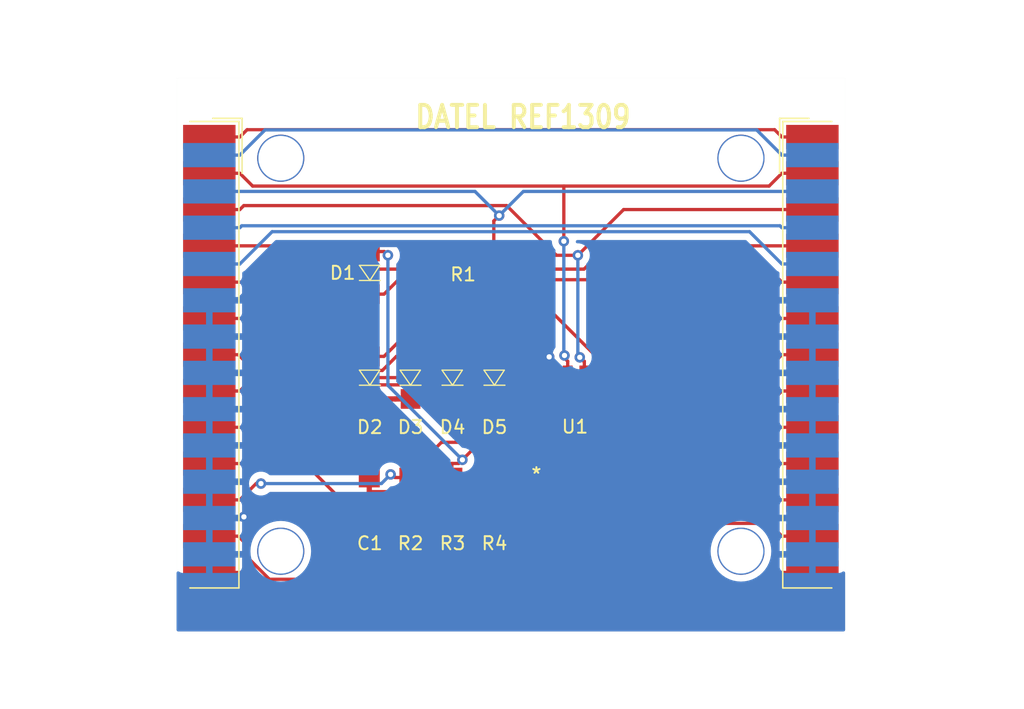
<source format=kicad_pcb>
(kicad_pcb (version 20221018) (generator pcbnew)
  (layers (0 "F.Cu" signal) (31 "B.Cu" signal) (34 "B.Paste" user) (35 "F.Paste" user) (36 "B.SilkS" user "B.Silkscreen") (37 "F.SilkS" user "F.Silkscreen") (38 "B.Mask" user) (39 "F.Mask" user) (44 "Edge.Cuts" user))
  (net 0 "")
  (net 1 "/VCC")
  (net 2 "/Male_ACK")
  (net 3 "/Male_BUSY")
  (net 4 "/GP3")
  (net 5 "/GP2")
  (net 6 "/D1")
  (net 7 "/D0")
  (net 8 "/GND")
  (net 9 "/D3")
  (net 10 "/D4")
  (net 11 "/D5")
  (net 12 "/D6")
  (net 13 "/D7")
  (net 14 "/Female_BUSY")
  (net 15 "/Female_ACK")
  (net 16 "/Error")
  (net 17 "/Select_Printer")
  (net 18 "/Reset")
  (net 19 "/Line_Feed")
  (net 20 "/Select")
  (net 21 "/Paper_Out")
  (net 22 "/D2")
  (net 23 "/Strobe")
  (footprint "clipboard:dcff1695-539e-442e-afee-9485378ce13a" (layer "F.Cu") (at 144.763 102.3147 90)
    (fp_text reference "DMark5" hide)
    (fp_text value "" (at 0 0 90) (layer "F.SilkS") (effects (font (size 1.27 1.27))))
    (fp_line (start 0.45085 -0.8001) (end 0.45085 0.8001) (stroke (width 0.1)) (layer "F.SilkS"))
    (fp_line (start 0.45085 0) (end 1.60147 -0.8001) (stroke (width 0.1)) (layer "F.SilkS"))
    (fp_line (start 0.45085 0) (end 1.60147 0.7493) (stroke (width 0.1)) (layer "F.SilkS"))
    (fp_line (start 1.60147 0.7493) (end 1.60147 -0.8001) (stroke (width 0.1)) (layer "F.SilkS"))
  )
  (footprint "REF1309:Cap or Res" (layer "F.Cu") (at 141.513 110.41 -90)
    (fp_text reference "R3" (at 3.52 -0.05 unlocked) (layer "F.SilkS"))
    (fp_text value "10K Ohm 1206" hide)
    (pad "1" smd rect (at -1.5 0 270) (size 1.5 1.6) (layers "F.Cu" "F.Paste" "F.Mask") (net 4 "/GP3"))
    (pad "2" smd rect (at 1.5 0 270) (size 1.5 1.6) (layers "F.Cu" "F.Paste" "F.Mask") (net 1 "/VCC"))
  )
  (footprint "REF1309:Cap or Res" (layer "F.Cu") (at 144.713 110.41 -90)
    (fp_text reference "R4" (at 3.52 -0.05 unlocked) (layer "F.SilkS"))
    (fp_text value "220 Ohm 1206" hide)
    (pad "1" smd rect (at -1.5 0 270) (size 1.5 1.6) (layers "F.Cu" "F.Paste" "F.Mask") (net 2 "/Male_ACK"))
    (pad "2" smd rect (at 1.5 0 270) (size 1.5 1.6) (layers "F.Cu" "F.Paste" "F.Mask") (net 15 "/Female_ACK"))
  )
  (footprint "REF1309:PIC 12C508A" (layer "F.Cu") (at 150.983 105.01)
    (fp_text reference "U1" (at -0.081 0.019 unlocked) (layer "F.SilkS"))
    (fp_text value "PIC12C508A-ISM")
    (pad "1" smd rect (at -1.905 3.65) (size 0.75 2) (layers "F.Cu" "F.Paste" "F.Mask") (net 1 "/VCC"))
    (pad "2" smd rect (at -0.635 3.65) (size 0.75 2) (layers "F.Cu" "F.Paste" "F.Mask") (net 2 "/Male_ACK"))
    (pad "3" smd rect (at 0.635 3.65) (size 0.75 2) (layers "F.Cu" "F.Paste" "F.Mask") (net 3 "/Male_BUSY"))
    (pad "4" smd rect (at 1.905 3.65) (size 0.75 2) (layers "F.Cu" "F.Paste" "F.Mask") (net 4 "/GP3"))
    (pad "5" smd rect (at 1.905 -3.65) (size 0.75 2) (layers "F.Cu" "F.Paste" "F.Mask") (net 5 "/GP2"))
    (pad "6" smd rect (at 0.635 -3.65) (size 0.75 2) (layers "F.Cu" "F.Paste" "F.Mask") (net 6 "/D1"))
    (pad "7" smd rect (at -0.635 -3.65) (size 0.75 2) (layers "F.Cu" "F.Paste" "F.Mask") (net 7 "/D0"))
    (pad "8" smd rect (at -1.905 -3.65) (size 0.75 2) (layers "F.Cu" "F.Paste" "F.Mask") (net 8 "/GND"))
  )
  (footprint "Connector_Dsub:DSUB-25_Female_EdgeMount_P2.77mm" (layer "F.Cu") (at 168.7528 99.5345 90)
    (fp_text reference "J2" hide)
    (fp_text value "DB25_Female")
    (fp_line (start -17.803333 -2) (end -17.803333 1.74) (stroke (width 0.12)) (layer "F.SilkS"))
    (fp_line (start 17.803333 -2) (end -17.803333 -2) (stroke (width 0.12)) (layer "F.SilkS"))
    (fp_line (start 17.803333 1.74) (end 17.803333 -2) (stroke (width 0.12)) (layer "F.SilkS"))
    (fp_line (start 18.043333 -2.24) (end 13.85 -2.24) (stroke (width 0.12)) (layer "F.SilkS"))
    (fp_line (start 18.043333 0) (end 18.043333 -2.24) (stroke (width 0.12)) (layer "F.SilkS"))
    (pad "1" smd rect (at 16.62 0.26 90) (size 1.846667 4) (layers "F.Cu" "F.Paste" "F.Mask") (net 23 "/Strobe"))
    (pad "2" smd rect (at 13.85 0.26 90) (size 1.846667 4) (layers "F.Cu" "F.Paste" "F.Mask") (net 7 "/D0"))
    (pad "3" smd rect (at 11.08 0.26 90) (size 1.846667 4) (layers "F.Cu" "F.Paste" "F.Mask") (net 6 "/D1"))
    (pad "4" smd rect (at 8.31 0.26 90) (size 1.846667 4) (layers "F.Cu" "F.Paste" "F.Mask") (net 22 "/D2"))
    (pad "5" smd rect (at 5.54 0.26 90) (size 1.846667 4) (layers "F.Cu" "F.Paste" "F.Mask") (net 9 "/D3"))
    (pad "6" smd rect (at 2.77 0.26 90) (size 1.846667 4) (layers "F.Cu" "F.Paste" "F.Mask") (net 10 "/D4"))
    (pad "7" smd rect (at 0 0.26 90) (size 1.846667 4) (layers "F.Cu" "F.Paste" "F.Mask") (net 11 "/D5"))
    (pad "8" smd rect (at -2.77 0.26 90) (size 1.846667 4) (layers "F.Cu" "F.Paste" "F.Mask") (net 12 "/D6"))
    (pad "9" smd rect (at -5.54 0.26 90) (size 1.846667 4) (layers "F.Cu" "F.Paste" "F.Mask") (net 13 "/D7"))
    (pad "10" smd rect (at -8.31 0.26 90) (size 1.846667 4) (layers "F.Cu" "F.Paste" "F.Mask") (net 15 "/Female_ACK"))
    (pad "11" smd rect (at -11.08 0.26 90) (size 1.846667 4) (layers "F.Cu" "F.Paste" "F.Mask") (net 14 "/Female_BUSY"))
    (pad "12" smd rect (at -13.85 0.26 90) (size 1.846667 4) (layers "F.Cu" "F.Paste" "F.Mask") (net 21 "/Paper_Out"))
    (pad "13" smd rect (at -16.62 0.26 90) (size 1.846667 4) (layers "F.Cu" "F.Paste" "F.Mask") (net 20 "/Select"))
    (pad "14" smd rect (at 15.235 0.26 90) (size 1.846667 4) (layers "B.Cu" "B.Paste" "B.Mask") (net 19 "/Line_Feed"))
    (pad "15" smd rect (at 12.465 0.26 90) (size 1.846667 4) (layers "B.Cu" "B.Paste" "B.Mask") (net 16 "/Error"))
    (pad "16" smd rect (at 9.695 0.26 90) (size 1.846667 4) (layers "B.Cu" "B.Paste" "B.Mask") (net 18 "/Reset"))
    (pad "17" smd rect (at 6.925 0.26 90) (size 1.846667 4) (layers "B.Cu" "B.Paste" "B.Mask") (net 17 "/Select_Printer"))
    (pad "18" smd rect (at 4.155 0.26 90) (size 1.846667 4) (layers "B.Cu" "B.Paste" "B.Mask") (net 8 "/GND"))
    (pad "19" smd rect (at 1.385 0.26 90) (size 1.846667 4) (layers "B.Cu" "B.Paste" "B.Mask") (net 8 "/GND"))
    (pad "20" smd rect (at -1.385 0.26 90) (size 1.846667 4) (layers "B.Cu" "B.Paste" "B.Mask") (net 8 "/GND"))
    (pad "21" smd rect (at -4.155 0.26 90) (size 1.846667 4) (layers "B.Cu" "B.Paste" "B.Mask") (net 8 "/GND"))
    (pad "22" smd rect (at -6.925 0.26 90) (size 1.846667 4) (layers "B.Cu" "B.Paste" "B.Mask") (net 8 "/GND"))
    (pad "23" smd rect (at -9.695 0.26 90) (size 1.846667 4) (layers "B.Cu" "B.Paste" "B.Mask") (net 8 "/GND"))
    (pad "24" smd rect (at -12.465 0.26 90) (size 1.846667 4) (layers "B.Cu" "B.Paste" "B.Mask") (net 8 "/GND"))
    (pad "25" smd rect (at -15.235 0.26 90) (size 1.846667 4) (layers "B.Cu" "B.Paste" "B.Mask") (net 8 "/GND"))
  )
  (footprint "REF1309:Cap or Res" (layer "F.Cu") (at 135.213 110.41 -90)
    (fp_text reference "C1" (at 3.52 -0.039 unlocked) (layer "F.SilkS"))
    (fp_text value "100 nF 1206" hide)
    (pad "1" smd rect (at -1.5 0 270) (size 1.5 1.6) (layers "F.Cu" "F.Paste" "F.Mask") (net 1 "/VCC"))
    (pad "2" smd rect (at 1.5 0 270) (size 1.5 1.6) (layers "F.Cu" "F.Paste" "F.Mask") (net 8 "/GND"))
  )
  (footprint "REF1309:Diode" (layer "F.Cu") (at 141.563 101.285 -90)
    (fp_text reference "D4" (at 3.777 0 unlocked) (layer "F.SilkS"))
    (fp_text value "DIODE")
    (pad "1" smd rect (at -1.625 0 270) (size 1.5 1.5) (layers "F.Cu" "F.Paste" "F.Mask") (net 13 "/D7"))
    (pad "2" smd rect (at 1.625 0 270) (size 1.5 1.5) (layers "F.Cu" "F.Paste" "F.Mask") (net 1 "/VCC"))
  )
  (footprint "REF1309:Diode" (layer "F.Cu") (at 144.763 101.285 -90)
    (fp_text reference "D5" (at 3.777 0 unlocked) (layer "F.SilkS"))
    (fp_text value "DIODE")
    (pad "1" smd rect (at -1.625 0 270) (size 1.5 1.5) (layers "F.Cu" "F.Paste" "F.Mask") (net 12 "/D6"))
    (pad "2" smd rect (at 1.625 0 270) (size 1.5 1.5) (layers "F.Cu" "F.Paste" "F.Mask") (net 1 "/VCC"))
  )
  (footprint "Connector_Dsub:DSUB-25_Male_EdgeMount_P2.77mm" (layer "F.Cu") (at 123.2728 99.5345 -90)
    (fp_text reference "J1" hide)
    (fp_text value "DB25_Male")
    (fp_line (start -18.043333 -2.24) (end -13.85 -2.24) (stroke (width 0.12)) (layer "F.SilkS"))
    (fp_line (start -18.043333 0) (end -18.043333 -2.24) (stroke (width 0.12)) (layer "F.SilkS"))
    (fp_line (start -17.803333 -2) (end -17.803333 1.74) (stroke (width 0.12)) (layer "F.SilkS"))
    (fp_line (start 17.803333 -2) (end -17.803333 -2) (stroke (width 0.12)) (layer "F.SilkS"))
    (fp_line (start 17.803333 1.74) (end 17.803333 -2) (stroke (width 0.12)) (layer "F.SilkS"))
    (pad "1" smd rect (at -16.62 0.26 270) (size 1.846667 4) (layers "F.Cu" "F.Paste" "F.Mask") (net 23 "/Strobe"))
    (pad "2" smd rect (at -13.85 0.26 270) (size 1.846667 4) (layers "F.Cu" "F.Paste" "F.Mask") (net 7 "/D0"))
    (pad "3" smd rect (at -11.08 0.26 270) (size 1.846667 4) (layers "F.Cu" "F.Paste" "F.Mask") (net 6 "/D1"))
    (pad "4" smd rect (at -8.31 0.26 270) (size 1.846667 4) (layers "F.Cu" "F.Paste" "F.Mask") (net 22 "/D2"))
    (pad "5" smd rect (at -5.54 0.26 270) (size 1.846667 4) (layers "F.Cu" "F.Paste" "F.Mask") (net 9 "/D3"))
    (pad "6" smd rect (at -2.77 0.26 270) (size 1.846667 4) (layers "F.Cu" "F.Paste" "F.Mask") (net 10 "/D4"))
    (pad "7" smd rect (at 0 0.26 270) (size 1.846667 4) (layers "F.Cu" "F.Paste" "F.Mask") (net 11 "/D5"))
    (pad "8" smd rect (at 2.77 0.26 270) (size 1.846667 4) (layers "F.Cu" "F.Paste" "F.Mask") (net 12 "/D6"))
    (pad "9" smd rect (at 5.54 0.26 270) (size 1.846667 4) (layers "F.Cu" "F.Paste" "F.Mask") (net 13 "/D7"))
    (pad "10" smd rect (at 8.31 0.26 270) (size 1.846667 4) (layers "F.Cu" "F.Paste" "F.Mask") (net 2 "/Male_ACK"))
    (pad "11" smd rect (at 11.08 0.26 270) (size 1.846667 4) (layers "F.Cu" "F.Paste" "F.Mask") (net 3 "/Male_BUSY"))
    (pad "12" smd rect (at 13.85 0.26 270) (size 1.846667 4) (layers "F.Cu" "F.Paste" "F.Mask") (net 21 "/Paper_Out"))
    (pad "13" smd rect (at 16.62 0.26 270) (size 1.846667 4) (layers "F.Cu" "F.Paste" "F.Mask") (net 20 "/Select"))
    (pad "14" smd rect (at -15.235 0.26 270) (size 1.846667 4) (layers "B.Cu" "B.Paste" "B.Mask") (net 19 "/Line_Feed"))
    (pad "15" smd rect (at -12.465 0.26 270) (size 1.846667 4) (layers "B.Cu" "B.Paste" "B.Mask") (net 16 "/Error"))
    (pad "16" smd rect (at -9.695 0.26 270) (size 1.846667 4) (layers "B.Cu" "B.Paste" "B.Mask") (net 18 "/Reset"))
    (pad "17" smd rect (at -6.925 0.26 270) (size 1.846667 4) (layers "B.Cu" "B.Paste" "B.Mask") (net 17 "/Select_Printer"))
    (pad "18" smd rect (at -4.155 0.26 270) (size 1.846667 4) (layers "B.Cu" "B.Paste" "B.Mask") (net 8 "/GND"))
    (pad "19" smd rect (at -1.385 0.26 270) (size 1.846667 4) (layers "B.Cu" "B.Paste" "B.Mask") (net 8 "/GND"))
    (pad "20" smd rect (at 1.385 0.26 270) (size 1.846667 4) (layers "B.Cu" "B.Paste" "B.Mask") (net 8 "/GND"))
    (pad "21" smd rect (at 4.155 0.26 270) (size 1.846667 4) (layers "B.Cu" "B.Paste" "B.Mask") (net 8 "/GND"))
    (pad "22" smd rect (at 6.925 0.26 270) (size 1.846667 4) (layers "B.Cu" "B.Paste" "B.Mask") (net 8 "/GND"))
    (pad "23" smd rect (at 9.695 0.26 270) (size 1.846667 4) (layers "B.Cu" "B.Paste" "B.Mask") (net 8 "/GND"))
    (pad "24" smd rect (at 12.465 0.26 270) (size 1.846667 4) (layers "B.Cu" "B.Paste" "B.Mask") (net 8 "/GND"))
    (pad "25" smd rect (at 15.235 0.26 270) (size 1.846667 4) (layers "B.Cu" "B.Paste" "B.Mask") (net 8 "/GND"))
  )
  (footprint "REF1309:Diode" (layer "F.Cu") (at 138.363 101.285 -90)
    (fp_text reference "D3" (at 3.777 0 unlocked) (layer "F.SilkS"))
    (fp_text value "DIODE")
    (pad "1" smd rect (at -1.625 0 270) (size 1.5 1.5) (layers "F.Cu" "F.Paste" "F.Mask") (net 11 "/D5"))
    (pad "2" smd rect (at 1.625 0 270) (size 1.5 1.5) (layers "F.Cu" "F.Paste" "F.Mask") (net 1 "/VCC"))
  )
  (footprint "clipboard:dcff1695-539e-442e-afee-9485378ce13a" (layer "F.Cu") (at 138.363 102.3147 90)
    (fp_text reference "DMark3" hide)
    (fp_text value "" (at 0 0 90) (layer "F.SilkS") (effects (font (size 1.27 1.27))))
    (fp_line (start 0.45085 -0.8001) (end 0.45085 0.8001) (stroke (width 0.1)) (layer "F.SilkS"))
    (fp_line (start 0.45085 0) (end 1.60147 -0.8001) (stroke (width 0.1)) (layer "F.SilkS"))
    (fp_line (start 0.45085 0) (end 1.60147 0.7493) (stroke (width 0.1)) (layer "F.SilkS"))
    (fp_line (start 1.60147 0.7493) (end 1.60147 -0.8001) (stroke (width 0.1)) (layer "F.SilkS"))
  )
  (footprint "clipboard:dcff1695-539e-442e-afee-9485378ce13a" (layer "F.Cu") (at 135.263 94.3167 90)
    (fp_text reference "DMark1" hide)
    (fp_text value "" (at 0 0 90) (layer "F.SilkS") (effects (font (size 1.27 1.27))))
    (fp_line (start 0.45085 -0.8001) (end 0.45085 0.8001) (stroke (width 0.1)) (layer "F.SilkS"))
    (fp_line (start 0.45085 0) (end 1.60147 -0.8001) (stroke (width 0.1)) (layer "F.SilkS"))
    (fp_line (start 0.45085 0) (end 1.60147 0.7493) (stroke (width 0.1)) (layer "F.SilkS"))
    (fp_line (start 1.60147 0.7493) (end 1.60147 -0.8001) (stroke (width 0.1)) (layer "F.SilkS"))
  )
  (footprint "REF1309:Diode" (layer "F.Cu") (at 135.263 93.285 -90)
    (fp_text reference "D1" (at 0.005 2.081 unlocked) (layer "F.SilkS"))
    (fp_text value "DIODE")
    (pad "1" smd rect (at -1.625 0 270) (size 1.5 1.5) (layers "F.Cu" "F.Paste" "F.Mask") (net 4 "/GP3"))
    (pad "2" smd rect (at 1.625 0 270) (size 1.5 1.5) (layers "F.Cu" "F.Paste" "F.Mask") (net 9 "/D3"))
  )
  (footprint "clipboard:dcff1695-539e-442e-afee-9485378ce13a" (layer "F.Cu") (at 141.563 102.3147 90)
    (fp_text reference "DMark4" hide)
    (fp_text value "" (at 0 0 90) (layer "F.SilkS") (effects (font (size 1.27 1.27))))
    (fp_line (start 0.45085 -0.8001) (end 0.45085 0.8001) (stroke (width 0.1)) (layer "F.SilkS"))
    (fp_line (start 0.45085 0) (end 1.60147 -0.8001) (stroke (width 0.1)) (layer "F.SilkS"))
    (fp_line (start 0.45085 0) (end 1.60147 0.7493) (stroke (width 0.1)) (layer "F.SilkS"))
    (fp_line (start 1.60147 0.7493) (end 1.60147 -0.8001) (stroke (width 0.1)) (layer "F.SilkS"))
  )
  (footprint "REF1309:Diode" (layer "F.Cu") (at 135.263 101.285 -90)
    (fp_text reference "D2" (at 3.777 0.011 unlocked) (layer "F.SilkS"))
    (fp_text value "DIODE")
    (pad "1" smd rect (at -1.625 0 270) (size 1.5 1.5) (layers "F.Cu" "F.Paste" "F.Mask") (net 10 "/D4"))
    (pad "2" smd rect (at 1.625 0 270) (size 1.5 1.5) (layers "F.Cu" "F.Paste" "F.Mask") (net 1 "/VCC"))
  )
  (footprint "REF1309:Cap or Res" (layer "F.Cu") (at 144.713 93.41 -90)
    (fp_text reference "R1" (at 0.002 2.345 unlocked) (layer "F.SilkS"))
    (fp_text value "220 Ohm 1206" hide)
    (pad "1" smd rect (at -1.5 0 270) (size 1.5 1.6) (layers "F.Cu" "F.Paste" "F.Mask") (net 16 "/Error"))
    (pad "2" smd rect (at 1.5 0 270) (size 1.5 1.6) (layers "F.Cu" "F.Paste" "F.Mask") (net 5 "/GP2"))
  )
  (footprint "REF1309:Drill Holes" (layer "F.Cu") (at 146.013 99.5345)
    (fp_text reference "Holes" hide)
    (fp_text value "Drill Holes")
    (pad "1" thru_hole circle (at -17.55 -15) (size 3.6 3.6) (drill 3.4) (layers "*.Cu" "*.Mask"))
    (pad "2" thru_hole circle (at 17.55 -15) (size 3.6 3.6) (drill 3.4) (layers "*.Cu" "*.Mask"))
    (pad "3" thru_hole circle (at -17.55 15) (size 3.6 3.6) (drill 3.4) (layers "*.Cu" "*.Mask"))
    (pad "4" thru_hole circle (at 17.55 15) (size 3.6 3.6) (drill 3.4) (layers "*.Cu" "*.Mask"))
  )
  (footprint "REF1309:Cap or Res" (layer "F.Cu") (at 138.313 110.41 -90)
    (fp_text reference "R2" (at 3.52 -0.05 unlocked) (layer "F.SilkS"))
    (fp_text value "220 Ohm 1206" hide)
    (pad "1" smd rect (at -1.5 0 270) (size 1.5 1.6) (layers "F.Cu" "F.Paste" "F.Mask") (net 3 "/Male_BUSY"))
    (pad "2" smd rect (at 1.5 0 270) (size 1.5 1.6) (layers "F.Cu" "F.Paste" "F.Mask") (net 14 "/Female_BUSY"))
  )
  (footprint "clipboard:dcff1695-539e-442e-afee-9485378ce13a" (layer "F.Cu") (at 135.263 102.3147 90)
    (fp_text reference "DMark2" hide)
    (fp_text value "" (at 0 0 90) (layer "F.SilkS") (effects (font (size 1.27 1.27))))
    (fp_line (start 0.45085 -0.8001) (end 0.45085 0.8001) (stroke (width 0.1)) (layer "F.SilkS"))
    (fp_line (start 0.45085 0) (end 1.60147 -0.8001) (stroke (width 0.1)) (layer "F.SilkS"))
    (fp_line (start 0.45085 0) (end 1.60147 0.7493) (stroke (width 0.1)) (layer "F.SilkS"))
    (fp_line (start 1.60147 0.7493) (end 1.60147 -0.8001) (stroke (width 0.1)) (layer "F.SilkS"))
  )
  (gr_line (start 171.5128 120.6595) (end 120.5128 120.6595) (stroke (width 0.002)) (layer "Edge.Cuts"))
  (gr_line (start 120.5128 120.6595) (end 120.5128 78.4095) (stroke (width 0.002)) (layer "Edge.Cuts"))
  (gr_line (start 171.5128 78.4095) (end 171.5128 120.6595) (stroke (width 0.002)) (layer "Edge.Cuts"))
  (gr_line (start 120.5128 78.4095) (end 171.5128 78.4095) (stroke (width 0.002)) (layer "Edge.Cuts"))
  (gr_text "DATEL REF1309" (at 146.937 81.393) (layer "F.SilkS") (effects (font (size 1.7 1.4) (thickness 0.3))))
  (gr_text "*" (at 147.961 108.66) (layer "F.SilkS") (effects (font (size 1 1))))
  (segment (start 141.801 110.7581) (end 143.5111 109.048) (width 0.4) (layer "F.Cu") (net 1))
  (segment (start 141.513 111.91) (end 141.513 110.7581) (width 0.4) (layer "F.Cu") (net 1))
  (segment (start 143.5111 109.048) (end 143.5111 107.9415) (width 0.4) (layer "F.Cu") (net 1))
  (segment (start 141.513 110.7581) (end 141.801 110.7581) (width 0.4) (layer "F.Cu") (net 1))
  (segment (start 144.1945 107.2581) (end 149.078 107.2581) (width 0.4) (layer "F.Cu") (net 1))
  (segment (start 135.213 108.91) (end 135.213 110.0619) (width 0.4) (layer "F.Cu") (net 1))
  (segment (start 135.263 102.91) (end 135.263 107.7081) (width 0.4) (layer "F.Cu") (net 1))
  (segment (start 149.078 108.66) (end 149.078 107.2581) (width 0.4) (layer "F.Cu") (net 1))
  (segment (start 138.363 102.91) (end 141.563 102.91) (width 0.4) (layer "F.Cu") (net 1))
  (segment (start 140.8168 110.0619) (end 141.513 110.7581) (width 0.4) (layer "F.Cu") (net 1))
  (segment (start 135.213 110.0619) (end 140.8168 110.0619) (width 0.4) (layer "F.Cu") (net 1))
  (segment (start 135.263 107.7081) (end 135.213 107.7581) (width 0.4) (layer "F.Cu") (net 1))
  (segment (start 135.263 102.91) (end 137.2111 102.91) (width 0.4) (layer "F.Cu") (net 1))
  (segment (start 135.213 108.91) (end 135.213 107.7581) (width 0.4) (layer "F.Cu") (net 1))
  (segment (start 143.5111 107.9415) (end 144.1945 107.2581) (width 0.4) (layer "F.Cu") (net 1))
  (segment (start 138.363 102.91) (end 137.2111 102.91) (width 0.4) (layer "F.Cu") (net 1))
  (segment (start 144.763 102.91) (end 141.563 102.91) (width 0.4) (layer "F.Cu") (net 1))
  (segment (start 140.5748 112.9888) (end 142.4587 112.9888) (width 0.25) (layer "F.Cu") (net 2))
  (segment (start 133.173 110.7032) (end 139.1639 110.7032) (width 0.25) (layer "F.Cu") (net 2))
  (segment (start 144.5801 109.9869) (end 144.713 109.9869) (width 0.25) (layer "F.Cu") (net 2))
  (segment (start 144.713 109.9869) (end 144.7149 109.985) (width 0.25) (layer "F.Cu") (net 2))
  (segment (start 143.0076 112.4399) (end 143.0076 111.5594) (width 0.25) (layer "F.Cu") (net 2))
  (segment (start 139.1639 110.7032) (end 139.47 111.0093) (width 0.25) (layer "F.Cu") (net 2))
  (segment (start 139.47 111.0093) (end 139.47 111.884) (width 0.25) (layer "F.Cu") (net 2))
  (segment (start 150.348 109.956) (end 150.348 108.66) (width 0.25) (layer "F.Cu") (net 2))
  (segment (start 144.7149 109.985) (end 150.319 109.985) (width 0.25) (layer "F.Cu") (net 2))
  (segment (start 130.3143 107.8445) (end 133.173 110.7032) (width 0.25) (layer "F.Cu") (net 2))
  (segment (start 139.47 111.884) (end 140.5748 112.9888) (width 0.25) (layer "F.Cu") (net 2))
  (segment (start 143.0076 111.5594) (end 144.5801 109.9869) (width 0.25) (layer "F.Cu") (net 2))
  (segment (start 142.4587 112.9888) (end 143.0076 112.4399) (width 0.25) (layer "F.Cu") (net 2))
  (segment (start 123.0128 107.8445) (end 130.3143 107.8445) (width 0.25) (layer "F.Cu") (net 2))
  (segment (start 144.713 108.91) (end 144.713 109.9869) (width 0.25) (layer "F.Cu") (net 2))
  (segment (start 150.319 109.985) (end 150.348 109.956) (width 0.25) (layer "F.Cu") (net 2))
  (segment (start 151.618 108.66) (end 151.618 109.9869) (width 0.25) (layer "F.Cu") (net 3))
  (segment (start 138.0313 108.91) (end 140.7212 106.2201) (width 0.25) (layer "F.Cu") (net 3))
  (segment (start 153.3984 109.9869) (end 151.618 109.9869) (width 0.25) (layer "F.Cu") (net 3))
  (segment (start 138.313 108.91) (end 138.0313 108.91) (width 0.25) (layer "F.Cu") (net 3))
  (segment (start 153.6324 109.7529) (end 153.3984 109.9869) (width 0.25) (layer "F.Cu") (net 3))
  (segment (start 153.6324 107.4384) (end 153.6324 109.7529) (width 0.25) (layer "F.Cu") (net 3))
  (segment (start 140.7212 106.2201) (end 152.4141 106.2201) (width 0.25) (layer "F.Cu") (net 3))
  (segment (start 138.0313 108.91) (end 137.1861 108.91) (width 0.25) (layer "F.Cu") (net 3))
  (segment (start 125.3397 110.6145) (end 126.5833 109.3709) (width 0.25) (layer "F.Cu") (net 3))
  (segment (start 152.4141 106.2201) (end 153.6324 107.4384) (width 0.25) (layer "F.Cu") (net 3))
  (segment (start 136.9473 108.6712) (end 137.1861 108.91) (width 0.25) (layer "F.Cu") (net 3))
  (segment (start 136.84 108.6712) (end 136.9473 108.6712) (width 0.25) (layer "F.Cu") (net 3))
  (segment (start 126.5833 109.3709) (end 126.9524 109.3709) (width 0.25) (layer "F.Cu") (net 3))
  (segment (start 123.0128 110.6145) (end 125.3397 110.6145) (width 0.25) (layer "F.Cu") (net 3))
  (via (at 136.84 108.6712) (size 0.8) (drill 0.4) (layers "F.Cu" "B.Cu") (net 3))
  (via (at 126.9524 109.3709) (size 0.8) (drill 0.4) (layers "F.Cu" "B.Cu") (net 3))
  (segment (start 136.1403 109.3709) (end 136.84 108.6712) (width 0.25) (layer "B.Cu") (net 3))
  (segment (start 126.9524 109.3709) (end 136.1403 109.3709) (width 0.25) (layer "B.Cu") (net 3))
  (segment (start 135.263 91.66) (end 136.3399 91.66) (width 0.25) (layer "F.Cu") (net 4))
  (segment (start 143.1569 106.7145) (end 152.2694 106.7145) (width 0.25) (layer "F.Cu") (net 4))
  (segment (start 152.2694 106.7145) (end 152.888 107.3331) (width 0.25) (layer "F.Cu") (net 4))
  (segment (start 142.3163 107.5551) (end 143.1569 106.7145) (width 0.25) (layer "F.Cu") (net 4))
  (segment (start 142.0383 107.8331) (end 142.3163 107.5551) (width 0.25) (layer "F.Cu") (net 4))
  (segment (start 152.888 108.66) (end 152.888 107.3331) (width 0.25) (layer "F.Cu") (net 4))
  (segment (start 141.513 108.91) (end 141.513 107.8331) (width 0.25) (layer "F.Cu") (net 4))
  (segment (start 136.3399 91.66) (end 136.3546 91.66) (width 0.25) (layer "F.Cu") (net 4))
  (segment (start 141.513 107.8331) (end 142.0383 107.8331) (width 0.25) (layer "F.Cu") (net 4))
  (segment (start 136.3546 91.66) (end 136.6356 91.941) (width 0.25) (layer "F.Cu") (net 4))
  (via (at 142.3163 107.5551) (size 0.8) (drill 0.4) (layers "F.Cu" "B.Cu") (net 4))
  (via (at 136.6356 91.941) (size 0.8) (drill 0.4) (layers "F.Cu" "B.Cu") (net 4))
  (segment (start 136.6356 101.8744) (end 142.3163 107.5551) (width 0.25) (layer "B.Cu") (net 4))
  (segment (start 136.6356 91.941) (end 136.6356 101.8744) (width 0.25) (layer "B.Cu") (net 4))
  (segment (start 147.7649 94.91) (end 144.713 94.91) (width 0.25) (layer "F.Cu") (net 5))
  (segment (start 152.888 101.36) (end 152.888 100.0331) (width 0.25) (layer "F.Cu") (net 5))
  (segment (start 152.888 100.0331) (end 147.7649 94.91) (width 0.25) (layer "F.Cu") (net 5))
  (segment (start 166.6859 88.4545) (end 154.6134 88.4545) (width 0.25) (layer "F.Cu") (net 6))
  (segment (start 151.618 100.0331) (end 151.618 101.36) (width 0.25) (layer "F.Cu") (net 6))
  (segment (start 149.4843 91.9451) (end 145.6925 88.1533) (width 0.25) (layer "F.Cu") (net 6))
  (segment (start 151.57 100.0331) (end 151.618 100.0331) (width 0.25) (layer "F.Cu") (net 6))
  (segment (start 151.2699 99.733) (end 151.57 100.0331) (width 0.25) (layer "F.Cu") (net 6))
  (segment (start 169.0128 88.4545) (end 166.6859 88.4545) (width 0.25) (layer "F.Cu") (net 6))
  (segment (start 151.1228 91.9451) (end 149.4843 91.9451) (width 0.25) (layer "F.Cu") (net 6))
  (segment (start 145.6925 88.1533) (end 125.6409 88.1533) (width 0.25) (layer "F.Cu") (net 6))
  (segment (start 123.0128 88.4545) (end 125.3397 88.4545) (width 0.25) (layer "F.Cu") (net 6))
  (segment (start 154.6134 88.4545) (end 151.1228 91.9451) (width 0.25) (layer "F.Cu") (net 6))
  (segment (start 125.6409 88.1533) (end 125.3397 88.4545) (width 0.25) (layer "F.Cu") (net 6))
  (via (at 151.1228 91.9451) (size 0.8) (drill 0.4) (layers "F.Cu" "B.Cu") (net 6))
  (via (at 151.2699 99.733) (size 0.8) (drill 0.4) (layers "F.Cu" "B.Cu") (net 6))
  (segment (start 151.2699 99.733) (end 151.1228 99.5859) (width 0.25) (layer "B.Cu") (net 6))
  (segment (start 151.1228 99.5859) (end 151.1228 91.9451) (width 0.25) (layer "B.Cu") (net 6))
  (segment (start 126.3166 86.6614) (end 150.0533 86.6614) (width 0.25) (layer "F.Cu") (net 7))
  (segment (start 125.3397 85.6845) (end 126.3166 86.6614) (width 0.25) (layer "F.Cu") (net 7))
  (segment (start 165.709 86.6614) (end 166.6859 85.6845) (width 0.25) (layer "F.Cu") (net 7))
  (segment (start 150.348 101.36) (end 150.348 100.0331) (width 0.25) (layer "F.Cu") (net 7))
  (segment (start 150.1038 99.7889) (end 150.348 100.0331) (width 0.25) (layer "F.Cu") (net 7))
  (segment (start 150.0533 86.6614) (end 150.0533 90.8712) (width 0.25) (layer "F.Cu") (net 7))
  (segment (start 169.0128 85.6845) (end 166.6859 85.6845) (width 0.25) (layer "F.Cu") (net 7))
  (segment (start 123.0128 85.6845) (end 125.3397 85.6845) (width 0.25) (layer "F.Cu") (net 7))
  (segment (start 150.0533 86.6614) (end 165.709 86.6614) (width 0.25) (layer "F.Cu") (net 7))
  (segment (start 150.1038 99.5917) (end 150.1038 99.7889) (width 0.25) (layer "F.Cu") (net 7))
  (via (at 150.0533 90.8712) (size 0.8) (drill 0.4) (layers "F.Cu" "B.Cu") (net 7))
  (via (at 150.1038 99.5917) (size 0.8) (drill 0.4) (layers "F.Cu" "B.Cu") (net 7))
  (segment (start 150.0533 90.8712) (end 150.0533 99.5412) (width 0.25) (layer "B.Cu") (net 7))
  (segment (start 150.0533 99.5412) (end 150.1038 99.5917) (width 0.25) (layer "B.Cu") (net 7))
  (segment (start 149.078 101.36) (end 149.078 99.9581) (width 0.4) (layer "F.Cu") (net 8))
  (segment (start 149.078 99.8392) (end 148.9377 99.6989) (width 0.4) (layer "F.Cu") (net 8))
  (segment (start 134.0111 111.91) (end 125.6509 111.91) (width 0.4) (layer "F.Cu") (net 8))
  (segment (start 135.213 111.91) (end 134.0111 111.91) (width 0.4) (layer "F.Cu") (net 8))
  (segment (start 149.078 99.9581) (end 149.078 99.8392) (width 0.4) (layer "F.Cu") (net 8))
  (via (at 125.6509 111.91) (size 0.8) (drill 0.4) (layers "F.Cu" "B.Cu") (net 8))
  (via (at 148.9377 99.6989) (size 0.8) (drill 0.4) (layers "F.Cu" "B.Cu") (net 8))
  (segment (start 123.0128 109.2295) (end 122.967 109.1837) (width 0.4) (layer "B.Cu") (net 8))
  (segment (start 167.8119 100.9195) (end 166.6109 100.9195) (width 0.4) (layer "B.Cu") (net 8))
  (segment (start 129.5216 91.1217) (end 140.3605 91.1217) (width 0.4) (layer "B.Cu") (net 8))
  (segment (start 123.0128 103.6895) (end 123.6133 103.6895) (width 0.4) (layer "B.Cu") (net 8))
  (segment (start 123.3131 100.9195) (end 123.6133 100.9195) (width 0.4) (layer "B.Cu") (net 8))
  (segment (start 123.0128 103.089) (end 123.0128 101.52) (width 0.4) (layer "B.Cu") (net 8))
  (segment (start 169.0128 106.4595) (end 169.0128 109.2295) (width 0.4) (layer "B.Cu") (net 8))
  (segment (start 169.0128 111.9995) (end 169.0128 109.2295) (width 0.4) (layer "B.Cu") (net 8))
  (segment (start 123.0128 111.9995) (end 123.0128 109.2295) (width 0.4) (layer "B.Cu") (net 8))
  (segment (start 169.0128 100.9195) (end 167.8119 100.9195) (width 0.4) (layer "B.Cu") (net 8))
  (segment (start 123.0128 100.319) (end 123.0128 98.1495) (width 0.4) (layer "B.Cu") (net 8))
  (segment (start 123.6133 100.9195) (end 123.0128 100.319) (width 0.4) (layer "B.Cu") (net 8))
  (segment (start 140.3605 91.1217) (end 148.9377 99.6989) (width 0.4) (layer "B.Cu") (net 8))
  (segment (start 123.6133 103.6895) (end 123.0128 103.089) (width 0.4) (layer "B.Cu") (net 8))
  (segment (start 123.0128 106.4595) (end 124.2138 106.4595) (width 0.4) (layer "B.Cu") (net 8))
  (segment (start 124.2138 111.9995) (end 125.4147 111.9995) (width 0.4) (layer "B.Cu") (net 8))
  (segment (start 123.054 106.4595) (end 123.054 103.7307) (width 0.4) (layer "B.Cu") (net 8))
  (segment (start 123.0128 100.9195) (end 123.3131 100.9195) (width 0.4) (layer "B.Cu") (net 8))
  (segment (start 123.0128 95.3795) (end 125.2638 95.3795) (width 0.4) (layer "B.Cu") (net 8))
  (segment (start 169.0128 100.9195) (end 166.6109 100.9195) (width 0.4) (layer "B.Cu") (net 8))
  (segment (start 125.4147 111.9995) (end 125.5614 111.9995) (width 0.4) (layer "B.Cu") (net 8))
  (segment (start 150.1583 100.9195) (end 148.9377 99.6989) (width 0.4) (layer "B.Cu") (net 8))
  (segment (start 123.0128 98.1495) (end 123.0128 95.3795) (width 0.4) (layer "B.Cu") (net 8))
  (segment (start 123.0128 111.9995) (end 124.2138 111.9995) (width 0.4) (layer "B.Cu") (net 8))
  (segment (start 169.0128 114.7695) (end 169.0128 111.9995) (width 0.4) (layer "B.Cu") (net 8))
  (segment (start 123.0128 101.52) (end 123.6133 100.9195) (width 0.4) (layer "B.Cu") (net 8))
  (segment (start 125.2638 95.3795) (end 129.5216 91.1217) (width 0.4) (layer "B.Cu") (net 8))
  (segment (start 122.967 109.1837) (end 122.967 106.5053) (width 0.4) (layer "B.Cu") (net 8))
  (segment (start 169.0128 98.1495) (end 169.0128 95.3795) (width 0.4) (layer "B.Cu") (net 8))
  (segment (start 122.967 106.5053) (end 123.0128 106.4595) (width 0.4) (layer "B.Cu") (net 8))
  (segment (start 166.6109 100.9195) (end 150.1583 100.9195) (width 0.4) (layer "B.Cu") (net 8))
  (segment (start 123.0128 114.7695) (end 123.0128 111.9995) (width 0.4) (layer "B.Cu") (net 8))
  (segment (start 124.2138 106.4595) (end 123.054 106.4595) (width 0.4) (layer "B.Cu") (net 8))
  (segment (start 123.054 103.7307) (end 123.0128 103.6895) (width 0.4) (layer "B.Cu") (net 8))
  (segment (start 169.0128 100.9195) (end 169.0128 98.1495) (width 0.4) (layer "B.Cu") (net 8))
  (segment (start 125.5614 111.9995) (end 125.6509 111.91) (width 0.4) (layer "B.Cu") (net 8))
  (segment (start 169.0128 103.6895) (end 169.0128 106.4595) (width 0.4) (layer "B.Cu") (net 8))
  (segment (start 169.0128 103.6895) (end 169.0128 100.9195) (width 0.4) (layer "B.Cu") (net 8))
  (segment (start 137.4403 93.8096) (end 166.501 93.8096) (width 0.25) (layer "F.Cu") (net 9))
  (segment (start 166.501 93.8096) (end 166.6859 93.9945) (width 0.25) (layer "F.Cu") (net 9))
  (segment (start 135.263 94.91) (end 136.3399 94.91) (width 0.25) (layer "F.Cu") (net 9))
  (segment (start 123.0128 93.9945) (end 133.2706 93.9945) (width 0.25) (layer "F.Cu") (net 9))
  (segment (start 169.0128 93.9945) (end 166.6859 93.9945) (width 0.25) (layer "F.Cu") (net 9))
  (segment (start 136.3399 94.91) (end 137.4403 93.8096) (width 0.25) (layer "F.Cu") (net 9))
  (segment (start 133.2706 93.9945) (end 134.1861 94.91) (width 0.25) (layer "F.Cu") (net 9))
  (segment (start 135.263 94.91) (end 134.1861 94.91) (width 0.25) (layer "F.Cu") (net 9))
  (segment (start 148.5676 102.6869) (end 160.2486 102.6869) (width 0.25) (layer "F.Cu") (net 10))
  (segment (start 145.4029 97.638) (end 148.2763 100.5114) (width 0.25) (layer "F.Cu") (net 10))
  (segment (start 138.3619 97.638) (end 145.4029 97.638) (width 0.25) (layer "F.Cu") (net 10))
  (segment (start 148.2763 102.3956) (end 148.5676 102.6869) (width 0.25) (layer "F.Cu") (net 10))
  (segment (start 123.0128 96.7645) (end 131.2906 96.7645) (width 0.25) (layer "F.Cu") (net 10))
  (segment (start 135.263 99.66) (end 134.1861 99.66) (width 0.25) (layer "F.Cu") (net 10))
  (segment (start 135.263 99.66) (end 136.3399 99.66) (width 0.25) (layer "F.Cu") (net 10))
  (segment (start 160.2486 102.6869) (end 166.171 96.7645) (width 0.25) (layer "F.Cu") (net 10))
  (segment (start 131.2906 96.7645) (end 134.1861 99.66) (width 0.25) (layer "F.Cu") (net 10))
  (segment (start 136.3399 99.66) (end 138.3619 97.638) (width 0.25) (layer "F.Cu") (net 10))
  (segment (start 148.2763 100.5114) (end 148.2763 102.3956) (width 0.25) (layer "F.Cu") (net 10))
  (segment (start 166.171 96.7645) (end 169.0128 96.7645) (width 0.25) (layer "F.Cu") (net 10))
  (segment (start 138.363 99.66) (end 138.0145 99.66) (width 0.25) (layer "F.Cu") (net 11))
  (segment (start 166.6859 99.5345) (end 163.0716 103.1488) (width 0.25) (layer "F.Cu") (net 11))
  (segment (start 125.2325 99.5345) (end 123.0128 99.5345) (width 0.25) (layer "F.Cu") (net 11))
  (segment (start 126.433 100.735) (end 125.2325 99.5345) (width 0.25) (layer "F.Cu") (net 11))
  (segment (start 147.8244 100.7145) (end 145.2385 98.1286) (width 0.25) (layer "F.Cu") (net 11))
  (segment (start 145.2385 98.1286) (end 139.5459 98.1286) (width 0.25) (layer "F.Cu") (net 11))
  (segment (start 136.2111 100.735) (end 126.433 100.735) (width 0.25) (layer "F.Cu") (net 11))
  (segment (start 138.0145 99.66) (end 137.2861 99.66) (width 0.25) (layer "F.Cu") (net 11))
  (segment (start 139.5459 98.1286) (end 138.0145 99.66) (width 0.25) (layer "F.Cu") (net 11))
  (segment (start 163.0716 103.1488) (end 148.3223 103.1488) (width 0.25) (layer "F.Cu") (net 11))
  (segment (start 137.2861 99.66) (end 136.2111 100.735) (width 0.25) (layer "F.Cu") (net 11))
  (segment (start 147.8244 102.6509) (end 147.8244 100.7145) (width 0.25) (layer "F.Cu") (net 11))
  (segment (start 148.3223 103.1488) (end 147.8244 102.6509) (width 0.25) (layer "F.Cu") (net 11))
  (segment (start 169.0128 99.5345) (end 166.6859 99.5345) (width 0.25) (layer "F.Cu") (net 11))
  (segment (start 145.2456 100.7369) (end 144.763 100.7369) (width 0.25) (layer "F.Cu") (net 12))
  (segment (start 144.763 99.66) (end 143.6861 99.66) (width 0.25) (layer "F.Cu") (net 12))
  (segment (start 139.6086 100.3767) (end 138.7004 101.2849) (width 0.25) (layer "F.Cu") (net 12))
  (segment (start 144.763 99.66) (end 144.763 100.7369) (width 0.25) (layer "F.Cu") (net 12))
  (segment (start 143.6861 99.66) (end 142.6092 98.5831) (width 0.25) (layer "F.Cu") (net 12))
  (segment (start 142.6092 98.5831) (end 140.6334 98.5831) (width 0.25) (layer "F.Cu") (net 12))
  (segment (start 139.6086 99.6079) (end 139.6086 100.3767) (width 0.25) (layer "F.Cu") (net 12))
  (segment (start 165.3561 103.6343) (end 148.143 103.6343) (width 0.25) (layer "F.Cu") (net 12))
  (segment (start 138.7004 101.2849) (end 126.3593 101.2849) (width 0.25) (layer "F.Cu") (net 12))
  (segment (start 123.0128 102.3045) (end 125.3397 102.3045) (width 0.25) (layer "F.Cu") (net 12))
  (segment (start 148.143 103.6343) (end 145.2456 100.7369) (width 0.25) (layer "F.Cu") (net 12))
  (segment (start 169.0128 102.3045) (end 166.6859 102.3045) (width 0.25) (layer "F.Cu") (net 12))
  (segment (start 140.6334 98.5831) (end 139.6086 99.6079) (width 0.25) (layer "F.Cu") (net 12))
  (segment (start 166.6859 102.3045) (end 165.3561 103.6343) (width 0.25) (layer "F.Cu") (net 12))
  (segment (start 126.3593 101.2849) (end 125.3397 102.3045) (width 0.25) (layer "F.Cu") (net 12))
  (segment (start 123.0128 105.0745) (end 128.9328 105.0745) (width 0.25) (layer "F.Cu") (net 13))
  (segment (start 144.7748 101.7949) (end 142.6399 99.66) (width 0.25) (layer "F.Cu") (net 13))
  (segment (start 145.6643 101.7949) (end 144.7748 101.7949) (width 0.25) (layer "F.Cu") (net 13))
  (segment (start 132.1723 101.835) (end 139.388 101.835) (width 0.25) (layer "F.Cu") (net 13))
  (segment (start 141.563 99.66) (end 142.6399 99.66) (width 0.25) (layer "F.Cu") (net 13))
  (segment (start 128.9328 105.0745) (end 132.1723 101.835) (width 0.25) (layer "F.Cu") (net 13))
  (segment (start 148.9439 105.0745) (end 145.6643 101.7949) (width 0.25) (layer "F.Cu") (net 13))
  (segment (start 139.388 101.835) (end 141.563 99.66) (width 0.25) (layer "F.Cu") (net 13))
  (segment (start 169.0128 105.0745) (end 148.9439 105.0745) (width 0.25) (layer "F.Cu") (net 13))
  (segment (start 155.8904 113.4388) (end 158.7147 110.6145) (width 0.25) (layer "F.Cu") (net 14))
  (segment (start 138.313 112.9869) (end 138.7649 113.4388) (width 0.25) (layer "F.Cu") (net 14))
  (segment (start 158.7147 110.6145) (end 169.0128 110.6145) (width 0.25) (layer "F.Cu") (net 14))
  (segment (start 138.313 111.91) (end 138.313 112.9869) (width 0.25) (layer "F.Cu") (net 14))
  (segment (start 138.7649 113.4388) (end 155.8904 113.4388) (width 0.25) (layer "F.Cu") (net 14))
  (segment (start 144.713 111.91) (end 152.2553 111.91) (width 0.25) (layer "F.Cu") (net 15))
  (segment (start 156.3208 107.8445) (end 169.0128 107.8445) (width 0.25) (layer "F.Cu") (net 15))
  (segment (start 152.2553 111.91) (end 156.3208 107.8445) (width 0.25) (layer "F.Cu") (net 15))
  (segment (start 144.713 91.91) (end 144.713 89.3257) (width 0.25) (layer "F.Cu") (net 16))
  (segment (start 144.713 89.3257) (end 145.1232 88.9155) (width 0.25) (layer "F.Cu") (net 16))
  (via (at 145.1232 88.9155) (size 0.8) (drill 0.4) (layers "F.Cu" "B.Cu") (net 16))
  (segment (start 146.9692 87.0695) (end 145.1232 88.9155) (width 0.25) (layer "B.Cu") (net 16))
  (segment (start 169.0128 87.0695) (end 146.9692 87.0695) (width 0.25) (layer "B.Cu") (net 16))
  (segment (start 143.2772 87.0695) (end 123.0128 87.0695) (width 0.25) (layer "B.Cu") (net 16))
  (segment (start 145.1232 88.9155) (end 143.2772 87.0695) (width 0.25) (layer "B.Cu") (net 16))
  (segment (start 123.0128 92.6095) (end 125.3397 92.6095) (width 0.25) (layer "B.Cu") (net 17))
  (segment (start 169.0128 92.6095) (end 166.6859 92.6095) (width 0.25) (layer "B.Cu") (net 17))
  (segment (start 127.805 90.1442) (end 164.2206 90.1442) (width 0.25) (layer "B.Cu") (net 17))
  (segment (start 164.2206 90.1442) (end 166.6859 92.6095) (width 0.25) (layer "B.Cu") (net 17))
  (segment (start 125.3397 92.6095) (end 127.805 90.1442) (width 0.25) (layer "B.Cu") (net 17))
  (segment (start 125.4869 89.6923) (end 166.5387 89.6923) (width 0.25) (layer "B.Cu") (net 18))
  (segment (start 169.0128 89.8395) (end 166.6859 89.8395) (width 0.25) (layer "B.Cu") (net 18))
  (segment (start 166.5387 89.6923) (end 166.6859 89.8395) (width 0.25) (layer "B.Cu") (net 18))
  (segment (start 123.0128 89.8395) (end 125.3397 89.8395) (width 0.25) (layer "B.Cu") (net 18))
  (segment (start 125.3397 89.8395) (end 125.4869 89.6923) (width 0.25) (layer "B.Cu") (net 18))
  (segment (start 127.2652 82.374) (end 164.7604 82.374) (width 0.25) (layer "B.Cu") (net 19))
  (segment (start 125.3397 84.2995) (end 127.2652 82.374) (width 0.25) (layer "B.Cu") (net 19))
  (segment (start 123.0128 84.2995) (end 125.3397 84.2995) (width 0.25) (layer "B.Cu") (net 19))
  (segment (start 169.0128 84.2995) (end 166.6859 84.2995) (width 0.25) (layer "B.Cu") (net 19))
  (segment (start 164.7604 82.374) (end 166.6859 84.2995) (width 0.25) (layer "B.Cu") (net 19))
  (segment (start 169.0128 116.1545) (end 166.6859 116.1545) (width 0.25) (layer "F.Cu") (net 20))
  (segment (start 165.7009 117.1395) (end 166.6859 116.1545) (width 0.25) (layer "F.Cu") (net 20))
  (segment (start 125.3397 116.1545) (end 126.3247 117.1395) (width 0.25) (layer "F.Cu") (net 20))
  (segment (start 126.3247 117.1395) (end 165.7009 117.1395) (width 0.25) (layer "F.Cu") (net 20))
  (segment (start 123.0128 116.1545) (end 125.3397 116.1545) (width 0.25) (layer "F.Cu") (net 20))
  (segment (start 165.7076 112.4062) (end 158.7502 112.4062) (width 0.25) (layer "F.Cu") (net 21))
  (segment (start 158.7502 112.4062) (end 154.4819 116.6745) (width 0.25) (layer "F.Cu") (net 21))
  (segment (start 125.894 114.06) (end 125.2185 113.3845) (width 0.25) (layer "F.Cu") (net 21))
  (segment (start 125.2185 113.3845) (end 123.0128 113.3845) (width 0.25) (layer "F.Cu") (net 21))
  (segment (start 127.597796 116.6745) (end 125.894 114.970704) (width 0.25) (layer "F.Cu") (net 21))
  (segment (start 125.894 114.970704) (end 125.894 114.06) (width 0.25) (layer "F.Cu") (net 21))
  (segment (start 154.4819 116.6745) (end 127.597796 116.6745) (width 0.25) (layer "F.Cu") (net 21))
  (segment (start 166.6859 113.3845) (end 165.7076 112.4062) (width 0.25) (layer "F.Cu") (net 21))
  (segment (start 169.0128 113.3845) (end 166.6859 113.3845) (width 0.25) (layer "F.Cu") (net 21))
  (segment (start 151.5928 93.0012) (end 153.3695 91.2245) (width 0.25) (layer "F.Cu") (net 22))
  (segment (start 132.6756 91.2245) (end 134.4523 93.0012) (width 0.25) (layer "F.Cu") (net 22))
  (segment (start 153.3695 91.2245) (end 169.0128 91.2245) (width 0.25) (layer "F.Cu") (net 22))
  (segment (start 123.0128 91.2245) (end 132.6756 91.2245) (width 0.25) (layer "F.Cu") (net 22))
  (segment (start 134.4523 93.0012) (end 151.5928 93.0012) (width 0.25) (layer "F.Cu") (net 22))
  (segment (start 169.0128 82.9145) (end 166.6859 82.9145) (width 0.25) (layer "F.Cu") (net 23))
  (segment (start 123.0128 82.9145) (end 125.3397 82.9145) (width 0.25) (layer "F.Cu") (net 23))
  (segment (start 125.3397 82.9145) (end 125.8937 82.3605) (width 0.25) (layer "F.Cu") (net 23))
  (segment (start 125.8937 82.3605) (end 166.1319 82.3605) (width 0.25) (layer "F.Cu") (net 23))
  (segment (start 166.1319 82.3605) (end 166.6859 82.9145) (width 0.25) (layer "F.Cu") (net 23))
  (zone (net 8) (net_name "/GND") (layer "B.Cu") (connect_pads (clearance 0.508)) (min_thickness 0.25) (fill yes (thermal_gap 0.5) (thermal_bridge_width 0.5))
    (polygon (pts (xy 120.513 78.41) (xy 171.512 78.41) (xy 171.512 120.659) (xy 120.513 120.659)))
  )
)
</source>
